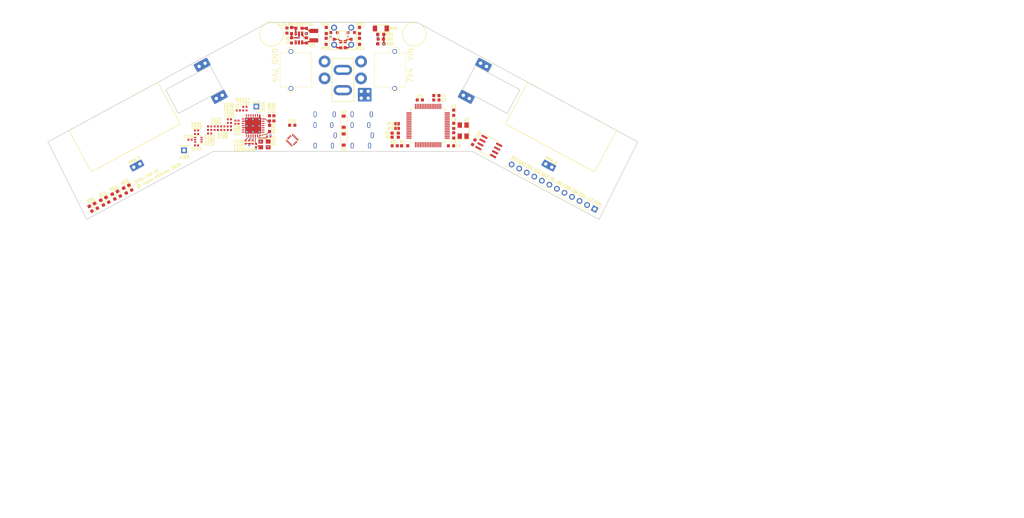
<source format=kicad_pcb>
(kicad_pcb (version 20211014) (generator pcbnew)
  (layers (0 "F.Cu" signal) (1 "In1.Cu" signal) (2 "In2.Cu" signal) (31 "B.Cu" signal) (35 "F.Paste" user) (36 "B.SilkS" user "B.Silkscreen") (37 "F.SilkS" user "F.Silkscreen") (38 "B.Mask" user) (39 "F.Mask" user) (44 "Edge.Cuts" user))
  (net 0 "")
  (net 1 "GND")
  (net 2 "+3V3")
  (net 3 "Net-(C4-Pad2)")
  (net 4 "Net-(C5-Pad2)")
  (net 5 "Net-(C6-Pad2)")
  (net 6 "VDD")
  (net 7 "Net-(C21-Pad2)")
  (net 8 "Net-(C21-Pad1)")
  (net 9 "Net-(C22-Pad2)")
  (net 10 "Net-(C101-Pad2)")
  (net 11 "Net-(C102-Pad2)")
  (net 12 "Net-(C103-Pad1)")
  (net 13 "Net-(C105-Pad1)")
  (net 14 "Net-(C109-Pad2)")
  (net 15 "/sx1276/Antenna")
  (net 16 "Net-(C7-Pad1)")
  (net 17 "Net-(Q11-Pad3)")
  (net 18 "Net-(Q11-Pad1)")
  (net 19 "Net-(Q12-Pad3)")
  (net 20 "Net-(Q12-Pad1)")
  (net 21 "Net-(R1-Pad2)")
  (net 22 "P_MISO")
  (net 23 "P_MOSI")
  (net 24 "/sx1276/RST")
  (net 25 "P_SCK")
  (net 26 "Net-(C8-Pad1)")
  (net 27 "RFO_HF")
  (net 28 "Net-(C111-Pad1)")
  (net 29 "RF1")
  (net 30 "RF2")
  (net 31 "Net-(C120-Pad1)")
  (net 32 "/sx1276/DIO5")
  (net 33 "/sx1276/DIO4")
  (net 34 "/sx1276/DIO3")
  (net 35 "/sx1276/DIO2")
  (net 36 "/sx1276/DIO1")
  (net 37 "VR_PA")
  (net 38 "SWD_DIO")
  (net 39 "SWD_CLK")
  (net 40 "SNS_VIN")
  (net 41 "Net-(C122-Pad2)")
  (net 42 "Net-(D1-Pad2)")
  (net 43 "Net-(D2-Pad2)")
  (net 44 "Net-(J20-Pad1)")
  (net 45 "Net-(D10-Pad3)")
  (net 46 "Net-(D10-Pad4)")
  (net 47 "Net-(D12-Pad2)")
  (net 48 "Net-(D13-Pad2)")
  (net 49 "Net-(D14-Pad2)")
  (net 53 "Net-(J2-Pad2)")
  (net 54 "Net-(J2-Pad3)")
  (net 58 "PPM_F")
  (net 59 "PPM_B")
  (net 60 "INT_L")
  (net 61 "CS_M")
  (net 62 "CS_A")
  (net 63 "CS_L")
  (net 64 "Net-(J22-Pad1)")
  (net 65 "USB_RX")
  (net 66 "USB_TX")
  (net 67 "PA_BOOST")
  (net 68 "RFI_HF")
  (net 69 "USB_DP")
  (net 70 "USB_DM")
  (net 71 "LED_BLUE")
  (net 72 "LED_RED")
  (net 73 "LED_MISC1")
  (net 74 "LED_MISC2")
  (net 75 "RF_MOD")
  (net 94 "GPIO_MISC1")
  (net 97 "GPIO_MISC2")
  (net 111 "Net-(C117-Pad1)")
  (net 112 "Net-(D11-Pad2)")
  (net 113 "/PGND")
  (footprint "Capacitor_SMD:C_0603_1608Metric" (layer "F.Cu") (at 11.2625 5 180)
    (fp_text reference "C50")
    (fp_text value "100nF" hide)
  )
  (footprint "Capacitor_SMD:C_0603_1608Metric" (layer "F.Cu") (at -15.2125 5.375 90)
    (fp_text reference "C20")
    (fp_text value "2.2uF" hide)
  )
  (footprint "Capacitor_SMD:C_0603_1608Metric" (layer "F.Cu") (at -10.8125 5.375 -90)
    (fp_text reference "C21")
    (fp_text value "100nF" hide)
  )
  (footprint "Capacitor_SMD:C_0603_1608Metric" (layer "F.Cu") (at -16.575 2.4625 90)
    (fp_text reference "C22")
    (fp_text value "22pF" hide)
  )
  (footprint "Capacitor_SMD:C_0603_1608Metric" (layer "F.Cu") (at -10.8125 2.575 -90)
    (fp_text reference "C23")
    (fp_text value "22uF" hide)
  )
  (footprint "Capacitor_SMD:C_0402_1005Metric" (layer "F.Cu") (at -21.944 33.908 180)
    (fp_text reference "C101")
    (fp_text value "15pF" hide)
  )
  (footprint "Capacitor_SMD:C_0402_1005Metric" (layer "F.Cu") (at -25.744 36.552 90)
    (fp_text reference "C102")
    (fp_text value "15pF" hide)
  )
  (footprint "Capacitor_SMD:C_0402_1005Metric" (layer "F.Cu") (at -26.7395 35.559 -90)
    (fp_text reference "C103")
    (fp_text value "100nF" hide)
  )
  (footprint "Capacitor_SMD:C_0402_1005Metric" (layer "F.Cu") (at -27.7555 35.559 -90)
    (fp_text reference "C104")
    (fp_text value "100nF" hide)
  )
  (footprint "Capacitor_SMD:C_0402_1005Metric" (layer "F.Cu") (at -28.835 35.559 -90)
    (fp_text reference "C105")
    (fp_text value "100nF" hide)
  )
  (footprint "Capacitor_SMD:C_0402_1005Metric" (layer "F.Cu") (at -30.95 29.65 90)
    (fp_text reference "C106")
    (fp_text value "47pF" hide)
  )
  (footprint "Capacitor_SMD:C_0402_1005Metric" (layer "F.Cu") (at -31.85 29.65 90)
    (fp_text reference "C107")
    (fp_text value "100nF" hide)
  )
  (footprint "Inductor_SMD:L_1210_3225Metric" (layer "F.Cu") (at -8.606 3.971 90)
    (fp_text reference "L20" hide)
    (fp_text value "4.7uH" hide)
  )
  (footprint "Package_TO_SOT_SMD:SOT-23" (layer "F.Cu") (at -2.6 4.05 -90)
    (fp_text reference "Q11" hide)
    (fp_text value "AO3401A" hide)
  )
  (footprint "Package_TO_SOT_SMD:SOT-23" (layer "F.Cu") (at 2.5 4.05 -90)
    (fp_text reference "Q12" hide)
    (fp_text value "AO3401A" hide)
  )
  (footprint "Resistor_SMD:R_0603_1608Metric_Pad0.98x0.95mm_HandSolder" (layer "F.Cu") (at 11.2625 6.4)
    (fp_text reference "R50")
    (fp_text value "15K" hide)
  )
  (footprint "Resistor_SMD:R_0603_1608Metric_Pad0.98x0.95mm_HandSolder" (layer "F.Cu") (at 11.2625 3.6 180)
    (fp_text reference "R51")
    (fp_text value "2K2" hide)
  )
  (footprint "Resistor_SMD:R_0603_1608Metric_Pad0.98x0.95mm_HandSolder" (layer "F.Cu") (at -4.95 5.65 90)
    (fp_text reference "R10")
    (fp_text value "1K" hide)
  )
  (footprint "Resistor_SMD:R_0603_1608Metric_Pad0.98x0.95mm_HandSolder" (layer "F.Cu") (at 4.95 5.65 90)
    (fp_text reference "R11")
    (fp_text value "1K" hide)
  )
  (footprint "Resistor_SMD:R_0603_1608Metric_Pad0.98x0.95mm_HandSolder" (layer "F.Cu") (at -0.6 6.7 -90)
    (fp_text reference "R12" hide)
    (fp_text value "10R" hide)
  )
  (footprint "Resistor_SMD:R_0603_1608Metric_Pad0.98x0.95mm_HandSolder" (layer "F.Cu") (at 0.7 6.65 -90)
    (fp_text reference "R13" hide)
    (fp_text value "22R" hide)
  )
  (footprint "Resistor_SMD:R_0603_1608Metric_Pad0.98x0.95mm_HandSolder" (layer "F.Cu") (at -13.0125 1.775 180)
    (fp_text reference "R20")
    (fp_text value "10K" hide)
  )
  (footprint "Resistor_SMD:R_0603_1608Metric_Pad0.98x0.95mm_HandSolder" (layer "F.Cu") (at -15.2125 2.475 -90)
    (fp_text reference "R21")
    (fp_text value "2K2" hide)
  )
  (footprint "Resistor_SMD:R_0603_1608Metric_Pad0.98x0.95mm_HandSolder" (layer "F.Cu") (at -21.723 31.495 -90)
    (fp_text reference "R100")
    (fp_text value "10K" hide)
  )
  (footprint "Package_TO_SOT_SMD:TSOT-23-6" (layer "F.Cu") (at -13.0125 4.675 -90)
    (fp_text reference "U20" hide)
    (fp_text value "SY8253ADC" hide)
  )
  (footprint "lib_fp:TFLGA-16_3x3mm" (layer "F.Cu") (at -15 35 45)
    (fp_text reference "U30" hide)
    (fp_text value "H3LIS331DL" hide)
  )
  (footprint "Package_DFN_QFN:QFN-28-1EP_6x6mm_P0.65mm_EP4.8x4.8mm" (layer "F.Cu") (at -26.6 30.65 90)
    (fp_text reference "U100" hide)
    (fp_text value "SX1276" hide)
  )
  (footprint "Crystal:Crystal_SMD_3225-4Pin_3.2x2.5mm" (layer "F.Cu") (at -23.244 36.252 180)
    (fp_text reference "U101" hide)
    (fp_text value "Crystal_GND24" hide)
  )
  (footprint "lib_fp:FT_Switch_Vertical" (layer "F.Cu") (at 0 14.15 -90)
    (fp_text reference "J20" hide)
    (fp_text value "FT_switch" hide)
  )
  (footprint "lib_fp:TGD-AMASS_XT30PW-M" (layer "F.Cu") (at -5.4 14.15 90)
    (fp_text reference "J22" hide)
    (fp_text value "Battery Low" hide)
  )
  (footprint "lib_fp:R50RB2-F-0160" (layer "F.Cu") (at 2.5 1.6 -90)
    (fp_text reference "D10" hide)
    (fp_text value "R50RB2-F-0160" hide)
  )
  (footprint "lib_fp:TGD-AMASS_XT30PW-M" (layer "F.Cu") (at 5.4 14.15 -90)
    (fp_text reference "J21" hide)
    (fp_text value "Battery High" hide)
  )
  (footprint "lib_fp:TGD_MountingHole" (layer "F.Cu") (at 21.2 3.6)
    (fp_text reference "H1" hide)
    (fp_text value "MountingHole" hide)
  )
  (footprint "lib_fp:TGD_MountingHole" (layer "F.Cu") (at -21.2 3.6)
    (fp_text reference "H2" hide)
    (fp_text value "MountingHole" hide)
  )
  (footprint "LED_SMD:LED_0603_1608Metric_Pad1.05x0.95mm_HandSolder" (layer "F.Cu") (at -64.229221 48.785845 -151.75)
    (fp_text reference "D14" hide)
    (fp_text value "MISC2_LED" hide)
  )
  (footprint "Resistor_SMD:R_0603_1608Metric_Pad0.98x0.95mm_HandSolder" (layer "F.Cu") (at 18.35 36.65)
    (fp_text reference "R1")
    (fp_text value "10K" hide)
  )
  (footprint "Capacitor_SMD:C_0603_1608Metric" (layer "F.Cu") (at -21.75 28.5 90)
    (fp_text reference "C108")
    (fp_text value "100nF" hide)
  )
  (footprint "Capacitor_SMD:C_0402_1005Metric" (layer "F.Cu") (at -37.55 30.9)
    (fp_text reference "C111")
    (fp_text value "8.2pF" hide)
  )
  (footprint "Crystal:Crystal_SMD_5032-4Pin_5.0x3.2mm" (layer "F.Cu") (at 35.7 32.15 90)
    (fp_text reference "U2")
    (fp_text value "Crystal_GND24" hide)
  )
  (footprint "LED_SMD:LED_0603_1608Metric_Pad1.05x0.95mm_HandSolder" (layer "F.Cu") (at -74.429221 54.185845 -151.75)
    (fp_text reference "D11" hide)
    (fp_text value "POWER_LED" hide)
  )
  (footprint "Capacitor_SMD:C_0402_1005Metric" (layer "F.Cu") (at -35.6 30.9 180)
    (fp_text reference "C110")
    (fp_text value "8.2pF" hide)
  )
  (footprint "lib_fp:TGD_ESC_SigPad" (layer "F.Cu") (at -62 43 118.25)
    (fp_text reference "J3" hide)
    (fp_text value "Conn_01x01" hide)
  )
  (footprint "Capacitor_SMD:C_0402_1005Metric" (layer "F.Cu") (at -43.4 33.15 180)
    (fp_text reference "C122")
    (fp_text value "1nF" hide)
  )
  (footprint "Capacitor_SMD:C_0603_1608Metric" (layer "F.Cu") (at 32.9 33.55 90)
    (fp_text reference "C5")
    (fp_text value "15pF" hide)
  )
  (footprint "Inductor_SMD:L_0402_1005Metric" (layer "F.Cu") (at -37.55 31.95 180)
    (fp_text reference "L104")
    (fp_text value "5.6nH" hide)
  )
  (footprint "Resistor_SMD:R_0603_1608Metric_Pad0.98x0.95mm_HandSolder" (layer "F.Cu") (at -70.229221 53.785845 -151.75)
    (fp_text reference "R17" hide)
    (fp_text value "1K" hide)
  )
  (footprint "Diode_SMD:D_SOD-123" (layer "F.Cu") (at 0.25 29.5 90)
    (fp_text reference "D2")
    (fp_text value "B5819W" hide)
  )
  (footprint "Capacitor_SMD:C_0603_1608Metric" (layer "F.Cu") (at 32.9 26.85 90)
    (fp_text reference "C3")
    (fp_text value "100nF" hide)
  )
  (footprint "Capacitor_SMD:C_0603_1608Metric" (layer "F.Cu") (at 32.9 30.75 -90)
    (fp_text reference "C6")
    (fp_text value "15pF" hide)
  )
  (footprint "Capacitor_SMD:C_0402_1005Metric" (layer "F.Cu") (at -43.4 36.55 180)
    (fp_text reference "C145")
    (fp_text value "1nF" hide)
  )
  (footprint "lib_fp:TGD-ESC-CYCLONE-35A" (layer "F.Cu") (at -85 42 28.25)
    (fp_text reference "U3" hide)
    (fp_text value "CYCLONE-35A" hide)
    (fp_rect (start 39 -4) (end 54 4) (layer "Edge.Cuts") (width 0.2) (fill none))
  )
  (footprint "Inductor_SMD:L_0402_1005Metric" (layer "F.Cu") (at -29.05 26.15 180)
    (fp_text reference "L107")
    (fp_text value "10nH" hide)
  )
  (footprint "lib_fp:TGD_ESC_SigPad" (layer "F.Cu") (at 62 43 -118.25)
    (fp_text reference "J4" hide)
    (fp_text value "Conn_01x01" hide)
  )
  (footprint "Package_SO:SOIC-8_3.9x4.9mm_P1.27mm" (layer "F.Cu") (at 43.3 36.85 -28.25)
    (fp_text reference "U40" hide)
    (fp_text value "LE25U40CMD" hide)
  )
  (footprint "Capacitor_SMD:C_0402_1005Metric" (layer "F.Cu") (at -35.6 31.95 180)
    (fp_text reference "C109")
    (fp_text value "22pF" hide)
  )
  (footprint "Package_TO_SOT_SMD:SOT-363_SC-70-6" (layer "F.Cu") (at -42.85 34.85 180)
    (fp_text reference "U102" hide)
    (fp_text value "PE4259" hide)
  )
  (footprint "Capacitor_SMD:C_0603_1608Metric" (layer "F.Cu") (at 38.85 35.6 -118.25)
    (fp_text reference "C40")
    (fp_text value "100nF" hide)
  )
  (footprint "Resistor_SMD:R_0603_1608Metric_Pad0.98x0.95mm_HandSolder" (layer "F.Cu") (at -63.433034 50.217749 -151.75)
    (fp_text reference "R19" hide)
    (fp_text value "1K" hide)
  )
  (footprint "Diode_SMD:D_SOD-123" (layer "F.Cu") (at 0.25 34.8 -90)
    (fp_text reference "D1")
    (fp_text value "B5819W" hide)
  )
  (footprint "Capacitor_SMD:C_0603_1608Metric" (layer "F.Cu") (at 27.75 21.75)
    (fp_text reference "C1")
    (fp_text value "2.2uF" hide)
  )
  (footprint "Resistor_SMD:R_0603_1608Metric_Pad0.98x0.95mm_HandSolder" (layer "F.Cu") (at 4.95 2.45 -90)
    (fp_text reference "R15")
    (fp_text value "10K" hide)
  )
  (footprint "Connector_PinHeader_2.54mm:PinHeader_1x01_P2.54mm_Vertical" (layer "F.Cu") (at -47.1 38 180)
    (fp_text reference "J103")
    (fp_text value "Conn_01x01_Female" hide)
  )
  (footprint "Diode_SMD:D_MiniMELF" (layer "F.Cu") (at 11.275 1.85 180)
    (fp_text reference "D50")
    (fp_text value "ZMM3V3" hide)
  )
  (footprint "Inductor_SMD:L_0402_1005Metric" (layer "F.Cu") (at -33.67 30.9)
    (fp_text reference "L102")
    (fp_text value "33nH" hide)
  )
  (footprint "Resistor_SMD:R_0603_1608Metric_Pad0.98x0.95mm_HandSolder" (layer "F.Cu") (at 15.55 32.9)
    (fp_text reference "R3")
    (fp_text value "22R" hide)
  )
  (footprint "Connector_PinHeader_2.54mm:PinHeader_1x01_P2.54mm_Vertical" (layer "F.Cu") (at -25.65 25 180)
    (fp_text reference "J104")
    (fp_text value "Conn_01x01_Female" hide)
  )
  (footprint "lib_fp:TGD_ESC_PwrPad" (layer "F.Cu") (at 6.5 21.5)
    (fp_text reference "J6" hide)
    (fp_text value "Conn_01x01" hide)
  )
  (footprint "lib_fp:TGD_SolderJumper" (layer "F.Cu") (at 16.1 30.1)
    (fp_text reference "JP3")
    (fp_text value "SolderJumper_2_Open" hide)
  )
  (footprint "lib_fp:TGD-ESC-CYCLONE-35A" (layer "F.Cu") (at 85 42 151.75)
    (fp_text reference "U4" hide)
    (fp_text value "CYCLONE-35A" hide)
    (fp_rect (start 39 -4) (end 54 4) (layer "Edge.Cuts") (width 0.2) (fill none))
  )
  (footprint "Capacitor_SMD:C_0603_1608Metric" (layer "F.Cu") (at 32.1 36.65 180)
    (fp_text reference "C4")
    (fp_text value "100nF" hide)
  )
  (footprint "Resistor_SMD:R_0603_1608Metric_Pad0.98x0.95mm_HandSolder" (layer "F.Cu") (at 15.55 34.1 180)
    (fp_text reference "R2")
    (fp_text value "22R" hide)
  )
  (footprint "Connector_PinHeader_2.54mm:PinHeader_1x12_P2.54mm_Vertical" (layer "F.Cu") (at 74.710448 55.414642 -118.25)
    (fp_text reference "J5" hide)
    (fp_text value "Conn_01x12" hide)
  )
  (footprint "Capacitor_SMD:C_0402_1005Metric" (layer "F.Cu") (at -39.5 33 180)
    (fp_text reference "C112")
    (fp_text value "1.5pF" hide)
  )
  (footprint "LED_SMD:LED_0603_1608Metric_Pad1.05x0.95mm_HandSolder" (layer "F.Cu") (at -71.029221 52.385845 -151.75)
    (fp_text reference "D12" hide)
    (fp_text value "3V3_LED" hide)
  )
  (footprint "lib_fp:TGD_SolderJumper" (layer "F.Cu") (at 16.1 31.5)
    (fp_text reference "JP2")
    (fp_text value "SolderJumper_2_Open" hide)
  )
  (footprint "Capacitor_SMD:C_0402_1005Metric" (layer "F.Cu") (at -39.5 30.9)
    (fp_text reference "C113")
    (fp_text value "3.3pF" hide)
  )
  (footprint "Capacitor_SMD:C_0603_1608Metric" (layer "F.Cu") (at 15.4 36.65)
    (fp_text reference "C8")
    (fp_text value "2.2uF" hide)
  )
  (footprint "Resistor_SMD:R_0603_1608Metric_Pad0.98x0.95mm_HandSolder" (layer "F.Cu") (at -4.9 2.45 -90)
    (fp_text reference "R14")
    (fp_text value "10K" hide)
  )
  (footprint "Resistor_SMD:R_0603_1608Metric_Pad0.98x0.95mm_HandSolder" (layer "F.Cu") (at -66.829221 51.985845 -151.75)
    (fp_text reference "R18" hide)
    (fp_text value "1K" hide)
  )
  (footprint "Resistor_SMD:R_0402_1005Metric" (layer "F.Cu") (at -43.4 32.1)
    (fp_text reference "R101")
    (fp_text value "1K" hide)
  )
  (footprint "Capacitor_SMD:C_0402_1005Metric" (layer "F.Cu") (at -29.05 25.1)
    (fp_text reference "C117")
    (fp_text value "3.3pF" hide)
  )
  (footprint "Inductor_SMD:L_0402_1005Metric" (layer "F.Cu") (at -33.65 31.95 180)
    (fp_text reference "L103")
    (fp_text value "2.2nH" hide)
  )
  (footprint "Capacitor_SMD:C_0402_1005Metric" (layer "F.Cu") (at -33.65 29.85 180)
    (fp_text reference "C121")
    (fp_text value "47pF" hide)
  )
  (footprint "Capacitor_SMD:C_0603_1608Metric" (layer "F.Cu") (at 27.75 23.05)
    (fp_text reference "C2")
    (fp_text value "100nF" hide)
  )
  (footprint "Capacitor_SMD:C_0402_1005Metric" (layer "F.Cu") (at -33.65 28.8 180)
    (fp_text reference "C135")
    (fp_text value "100nF" hide)
  )
  (footprint "Package_QFP:LQFP-64_10x10mm_P0.5mm" (layer "F.Cu") (at 25.3 30.65 180)
    (fp_text reference "U1" hide)
    (fp_text value "STM32F405RGTx" hide)
  )
  (footprint "Capacitor_SMD:C_0603_1608Metric" (layer "F.Cu") (at 22.85 23.05)
    (fp_text reference "C7")
    (fp_text value "2.2uF" hide)
  )
  (footprint "LED_SMD:LED_0603_1608Metric_Pad1.05x0.95mm_HandSolder" (layer "F.Cu") (at -67.629221 50.585845 -151.75)
    (fp_text reference "D13" hide)
    (fp_text value "MISC1_LED" hide)
  )
  (footprint "Capacitor_SMD:C_0603_1608Metric" (layer "F.Cu") (at -15 30.55)
    (fp_text reference "C31")
    (fp_text value "100nF" hide)
  )
  (footprint "Inductor_SMD:L_0402_1005Metric" (layer "F.Cu") (at -39.505 31.95 180)
    (fp_text reference "L105")
    (fp_text value "4.7nH" hide)
  )
  (footprint "Capacitor_SMD:C_0402_1005Metric" (layer "F.Cu") (at -31 26.15)
    (fp_text reference "C118")
    (fp_text value "47pF" hide)
  )
  (footprint "Capacitor_SMD:C_0402_1005Metric" (layer "F.Cu") (at -45.3 34.85 180)
    (fp_text reference "C120")
    (fp_text value "47pF" hide)
  )
  (footprint "Capacitor_SMD:C_0603_1608Metric" (layer "F.Cu") (at -20.45 28.5 90)
    (fp_text reference "C100")
    (fp_text value "2.2uF" hide)
  )
  (footprint "Resistor_SMD:R_0603_1608Metric_Pad0.98x0.95mm_HandSolder" (layer "F.Cu") (at -73.629221 55.585845 -151.75)
    (fp_text reference "R16" hide)
    (fp_text value "1K" hide)
  )
  (footprint "lib_fp:G-Switch-ST-TRRS" (layer "B.Cu") (at 5.5 38.3 90)
    (fp_text reference "J2" hide)
    (fp_text value "G-Switch-ST-0322" hide)
  )
  (footprint "lib_fp:G-Switch-ST-TRRS" (layer "B.Cu") (at -5.5 38.3 90)
    (fp_text reference "J1" hide)
    (fp_text value "G-Switch-ST-0322" hide)
  )
  (gr_circle (center 21.2 3.6) (end 24.7 3.6) (layer "F.SilkS") (width 0.2) (fill none))
  (gr_circle (center -21.2 3.6) (end -17.7 3.6) (layer "F.SilkS") (width 0.2) (fill none))
  (gr_line (start 0 0) (end -22 0) (layer "Edge.Cuts") (width 0.2))
  (gr_line (start -38.4 38.3) (end 0 38.3) (layer "Edge.Cuts") (width 0.2))
  (gr_line (start -87.5 35.5) (end -76 58.5) (layer "Edge.Cuts") (width 0.2))
  (gr_line (start 87.5 35.5) (end 22 0) (layer "Edge.Cuts") (width 0.2))
  (gr_line (start -22 0) (end -87.5 35.5) (layer "Edge.Cuts") (width 0.2))
  (gr_line (start 22 0) (end 0 0) (layer "Edge.Cuts") (width 0.2))
  (gr_line (start 0 38.3) (end 38.4 38.3) (layer "Edge.Cuts") (width 0.2))
  (gr_line (start -76 58.5) (end -38.4 38.3) (layer "Edge.Cuts") (width 0.2))
  (gr_line (start 76 58.5) (end 87.5 35.5) (layer "Edge.Cuts") (width 0.2))
  (gr_line (start 38.4 38.3) (end 76 58.5) (layer "Edge.Cuts") (width 0.2))
  (gr_text "SVN" (at 75.6 53.7 331.75) (layer "F.SilkS") (effects (font (size 0.8 0.8) (thickness 0.2))))
  (gr_text "PPM_B" (at 61.8 41 331.75) (layer "F.SilkS") (effects (font (size 0.8 0.8) (thickness 0.2))))
  (gr_text "7V4" (at 20.0492 15.8246 90) (layer "F.SilkS") (effects (font (size 1.6 1.6) (thickness 0.2))))
  (gr_text "VIN" (at 20.1 9.5 90) (layer "F.SilkS") (effects (font (size 1.6 1.6) (thickness 0.2))))
  (gr_text "© Jacob Williams 2022" (at -54.65 45.5 28.25) (layer "F.SilkS") (effects (font (size 0.8 0.8) (thickness 0.2))))
  (gr_text "MI" (at 62.25 46.522725 331.75) (layer "F.SilkS") (effects (font (size 0.8 0.8) (thickness 0.2))))
  (gr_text "MO2" (at -64.629221 47.385845 28.25) (layer "F.SilkS") (effects (font (size 0.8 0.8) (thickness 0.2))))
  (gr_text "MO" (at 64.35 47.65 331.75) (layer "F.SilkS") (effects (font (size 0.8 0.8) (thickness 0.2))))
  (gr_text "IO1" (at 55.55 42.90909 331.75) (layer "F.SilkS") (effects (font (size 0.8 0.8) (thickness 0.2))))
  (gr_text "7V4" (at -20.1746 15.6118 -90) (layer "F.SilkS") (effects (font (size 1.6 1.6) (thickness 0.2))))
  (gr_text "GND" (at -20.2 10.1 270) (layer "F.SilkS") (effects (font (size 1.6 1.6) (thickness 0.2))))
  (gr_text "CSL" (at 71.25 51.340905 331.75) (layer "F.SilkS") (effects (font (size 0.8 0.8) (thickness 0.2))))
  (gr_text "PPM_F" (at -61.8 41 28.25) (layer "F.SilkS") (effects (font (size 0.8 0.8) (thickness 0.2))))
  (gr_text "IO2" (at 57.75 44.113635 331.75) (layer "F.SilkS") (effects (font (size 0.8 0.8) (thickness 0.2))))
  (gr_text "LIT" (at 73.5 52.54545 331.75) (layer "F.SilkS") (effects (font (size 0.8 0.8) (thickness 0.2))))
  (gr_text "3V3" (at -71.429221 50.985845 28.25) (layer "F.SilkS") (effects (font (size 0.8 0.8) (thickness 0.2))))
  (gr_text "3V3" (at 51.05 40.45 331.75) (layer "F.SilkS") (effects (font (size 0.8 0.8) (thickness 0.2))))
  (gr_text "CSM" (at 66.6 48.85 331.75) (layer "F.SilkS") (effects (font (size 0.8 0.8) (thickness 0.2))))
  (gr_text "SPIN-TGD V2" (at -58.2 45.75 28.25) (layer "F.SilkS") (effects (font (size 0.8 0.8) (thickness 0.2))))
  (gr_text "MO1" (at -68.029221 49.185845 28.25) (layer "F.SilkS") (effects (font (size 0.8 0.8) (thickness 0.2))))
  (gr_text "VDD" (at -74.829221 52.785845 28.25) (layer "F.SilkS") (effects (font (size 0.8 0.8) (thickness 0.2))))
  (gr_text "GND" (at 53.3 41.75 331.75) (layer "F.SilkS") (effects (font (size 0.8 0.8) (thickness 0.2))))
  (gr_text "SCK" (at 60.1 45.35 331.75) (layer "F.SilkS") (effects (font (size 0.8 0.8) (thickness 0.2))))
  (gr_text "CSA" (at 69 50.13636 331.75) (layer "F.SilkS") (effects (font (size 0.8 0.8) (thickness 0.2))))
  (segment (start -27.6705 35.982) (end -27.724 35.982) (width 0.2032) (layer "F.Cu") (net 1))
  (segment (start 10.35 4.3355) (end 10.35 4.8625) (width 0.2032) (layer "F.Cu") (net 1))
  (segment (start -28.724 35.962) (end -28.744 35.982) (width 0.2032) (layer "F.Cu") (net 1))
  (segment (start -13.0125 4.675) (end -13.0125 3.365) (width 0.4064) (layer "F.Cu") (net 1))
  (segment (start -21.469 33.903) (end -21.464 33.908) (width 0.2032) (layer "F.Cu") (net 1))
  (segment (start -24.65 28.7) (end -26.6 30.65) (width 0.4064) (layer "F.Cu") (net 1))
  (segment (start -15.2125 4.6) (end -15.2125 3.3875) (width 0.4064) (layer "F.Cu") (net 1))
  (segment (start -21.469 33.4635) (end -21.469 33.903) (width 0.2032) (layer "F.Cu") (net 1))
  (segment (start 10.35 3.6) (end 10.35 4.3355) (width 0.2032) (layer "F.Cu") (net 1))
  (segment (start -26.744 35.982) (end -27.6705 35.982) (width 0.2032) (layer "F.Cu") (net 1))
  (segment (start -15.2125 4.6) (end -13.0875 4.6) (width 0.4064) (layer "F.Cu") (net 1))
  (segment (start -25.744 37.494) (end -25.744 37.032) (width 0.2032) (layer "F.Cu") (net 1))
  (segment (start -13.0875 4.6) (end -13.0125 4.675) (width 0.4064) (layer "F.Cu") (net 1))
  (segment (start -27.7555 35.9735) (end -27.744 35.962) (width 0.2032) (layer "F.Cu") (net 1))
  (segment (start -24.65 27.6625) (end -24.65 28.7) (width 0.4064) (layer "F.Cu") (net 1))
  (segment (start -27.9 29.35) (end -26.6 30.65) (width 0.2032) (layer "F.Cu") (net 1))
  (segment (start 10.35 4.8625) (end 10.4875 5) (width 0.2032) (layer "F.Cu") (net 1))
  (segment (start -29.5875 29.35) (end -27.9 29.35) (width 0.2032) (layer "F.Cu") (net 1))
  (segment (start -27.744 35.962) (end -28.724 35.962) (width 0.2032) (layer "F.Cu") (net 1))
  (segment (start -27.7555 36.3845) (end -27.7555 35.9735) (width 0.2032) (layer "F.Cu") (net 1))
  (segment (start -13.0125 3.365) (end -13.0125 3.389722) (width 0.4064) (layer "F.Cu") (net 1))
  (segment (start -27.724 35.982) (end -27.744 35.962) (width 0.2032) (layer "F.Cu") (net 1))
  (segment (start -28.45675 31.3) (end -29.64325 31.3) (width 0.2032) (layer "F.Cu") (net 1))
  (segment (start -25.75 37.5) (end -25.744 37.494) (width 0.2032) (layer "F.Cu") (net 1))
  (via (at -26.676 28.828) (size 0.6096) (drill 0.3048) (layers "F.Cu" "B.Cu") (net 1))
  (via (at -27.75 36.5) (size 0.6096) (drill 0.3048) (layers "F.Cu" "B.Cu") (net 1))
  (via (at -21.469 33.4635) (size 0.6096) (drill 0.3048) (layers "F.Cu" "B.Cu") (net 1))
  (via (at 10.35 4.3355) (size 0.6096) (drill 0.3048) (layers "F.Cu" "B.Cu") (net 1))
  (via (at -24.771 32.511) (size 0.6096) (drill 0.3048) (layers "F.Cu" "B.Cu") (net 1))
  (via (at -24.39 35.3685) (size 0.6096) (drill 0.3048) (layers "F.Cu" "B.Cu") (net 1))
  (via (at -26.676 30.733) (size 0.6096) (drill 0.3048) (layers "F.Cu" "B.Cu") (net 1))
  (via (at -26.676 32.511) (size 0.6096) (drill 0.3048) (layers "F.Cu" "B.Cu") (net 1))
  (via (at -28.454 32.511) (size 0.6096) (drill 0.3048) (layers "F.Cu" "B.Cu") (net 1))
  (via (at -28.454 28.828) (size 0.6096) (drill 0.3048) (layers "F.Cu" "B.Cu") (net 1))
  (via (at -13.0125 4.675) (size 0.6096) (drill 0.3048) (layers "F.Cu" "B.Cu") (net 1))
  (via (at -25.75 37.5) (size 0.6096) (drill 0.3048) (layers "F.Cu" "B.Cu") (net 1))
  (via (at -28.454 30.733) (size 0.6096) (drill 0.3048) (layers "F.Cu" "B.Cu") (net 1))
  (via (at -22.1675 37.0195) (size 0.6096) (drill 0.3048) (layers "F.Cu" "B.Cu") (net 1))
  (via (at -10.892 3.336) (size 0.6096) (drill 0.3048) (layers "F.Cu" "B.Cu") (net 1))
  (via (at -24.771 28.828) (size 0.6096) (drill 0.3048) (layers "F.Cu" "B.Cu") (net 1))
  (via (at -24.771 30.733) (size 0.6096) (drill 0.3048) (layers "F.Cu" "B.Cu") (net 1))
  (segment (start -10.8125 1.8) (end -10.8125 1.8) (width 0.4064) (layer "F.Cu") (net 2))
  (segment (start -10.0415 2.571) (end -8.606 2.571) (width 0.4064) (layer "F.Cu") (net 2))
  (segment (start -23.6125 28.7) (end -22.95 28.7) (width 0.2032) (layer "F.Cu") (net 2))
  (segment (start -10.8125 1.8) (end -10.0415 2.571) (width 0.4064) (layer "F.Cu") (net 2))
  (segment (start -22.95 28.7) (end -21.744 29.906) (width 0.2032) (layer "F.Cu") (net 2))
  (segment (start 1.619 3.119) (end 1.55 3.05) (width 0.4064) (layer "F.Cu") (net 2))
  (segment (start -10.8375 1.775) (end -10.8125 1.8) (width 0.4064) (layer "F.Cu") (net 2))
  (segment (start -21.744 29.906) (end -21.744 30.7395) (width 0.2032) (layer "F.Cu") (net 2))
  (segment (start -3.588 3.088) (end -3.55 3.05) (width 0.4064) (layer "F.Cu") (net 2))
  (segment (start -12.2375 1.6375) (end -12.1 1.775) (width 0.4064) (layer "F.Cu") (net 2))
  (segment (start -27.25 33.6375) (end -27.25 34.508) (width 0.2032) (layer "F.Cu") (net 2))
  (segment (start -27.25 34.508) (end -27.744 35.002) (width 0.2032) (layer "F.Cu") (net 2))
  (segment (start -12.1 1.775) (end -10.8375 1.775) (width 0.4064) (layer "F.Cu") (net 2))
  (via (at -27.5015 34.543) (size 0.6096) (drill 0.3048) (layers "F.Cu" "B.Cu") (net 2))
  (via (at -3.588 4.284) (size 0.6096) (drill 0.3048) (layers "F.Cu" "B.Cu") (net 2))
  (via (at 1.5682 4.2332) (size 0.6096) (drill 0.3048) (layers "F.Cu" "B.Cu") (net 2))
  (segment (start 10.35 6.4) (end 10.3625 6.4125) (width 1) (layer "F.Cu") (net 6))
  (segment (start -10.1935 5.749) (end -8.984 5.749) (width 0.4064) (layer "F.Cu") (net 7))
  (segment (start -11.8975 6.15) (end -12.0625 5.985) (width 0.4064) (layer "F.Cu") (net 7))
  (segment (start -10.7375 6.075) (end -10.8125 6.15) (width 0.4064) (layer "F.Cu") (net 7))
  (segment (start -10.8125 6.15) (end -10.5945 6.15) (width 0.4064) (layer "F.Cu") (net 7))
  (segment (start -10.5945 6.15) (end -10.1935 5.749) (width 0.4064) (layer "F.Cu") (net 7))
  (segment (start -8.984 5.749) (end -8.606 5.371) (width 0.4064) (layer "F.Cu") (net 7))
  (segment (start -10.8125 6.15) (end -11.8975 6.15) (width 0.4064) (layer "F.Cu") (net 7))
  (segment (start -11.2875 4.6) (end -12.0625 3.825) (width 0.4064) (layer "F.Cu") (net 8))
  (segment (start -10.8125 4.6) (end -11.2875 4.6) (width 0.4064) (layer "F.Cu") (net 8))
  (segment (start -12.0625 3.825) (end -12.0625 3.365) (width 0.4064) (layer "F.Cu") (net 8))
  (segment (start -13.9625 3.365) (end -13.9625 1.8125) (width 0.4064) (layer "F.Cu") (net 9))
  (segment (start -15.2125 1.5625) (end -14.1375 1.5625) (width 0.4064) (layer "F.Cu") (net 9))
  (segment (start -13.9625 1.8125) (end -13.925 1.775) (width 0.4064) (layer "F.Cu") (net 9))
  (segment (start -14.1375 1.5625) (end -13.925 1.775) (width 0.4064) (layer "F.Cu") (net 9))
  (segment (start -22.144 35.402) (end -22.144 35.08122) (width 0.2032) (layer "F.Cu") (net 10))
  (segment (start -22.89861 34.32661) (end -24.881 34.32661) (width 0.2032) (layer "F.Cu") (net 10))
  (segment (start -24.881 34.32661) (end -25.3 33.90761) (width 0.2032) (layer "F.Cu") (net 10))
  (segment (start -22.424 33.852) (end -22.89861 34.32661) (width 0.2032) (layer "F.Cu") (net 10))
  (segment (start -22.144 35.08122) (end -22.89861 34.32661) (width 0.2032) (layer "F.Cu") (net 10))
  (segment (start -25.3 33.90761) (end -25.3 33.6375) (width 0.2032) (layer "F.Cu") (net 10))
  (segment (start -25.95 33.6375) (end -25.95 35.866) (width 0.2032) (layer "F.Cu") (net 11))
  (segment (start -24.714 37.102) (end -24.344 37.102) (width 0.2032) (layer "F.Cu") (net 11))
  (segment (start -25.95 35.866) (end -25.744 36.072) (width 0.2032) (layer "F.Cu") (net 11))
  (segment (start -25.744 36.072) (end -24.714 37.102) (width 0.2032) (layer "F.Cu") (net 11))
  (segment (start -26.6 34.878) (end -26.744 35.022) (width 0.2032) (layer "F.Cu") (net 12))
  (segment (start -26.6 33.6375) (end -26.6 34.878) (width 0.2032) (layer "F.Cu") (net 12))
  (segment (start -27.9 33.6375) (end -27.9 33.989) (width 0.2032) (layer "F.Cu") (net 13))
  (segment (start -28.744 34.833) (end -28.744 35.022) (width 0.2032) (layer "F.Cu") (net 13))
  (segment (start -27.9 33.989) (end -28.744 34.833) (width 0.2032) (layer "F.Cu") (net 13))
  (segment (start -1.3875 5.05) (end -0.7 5.7375) (width 0.4064) (layer "F.Cu") (net 17))
  (segment (start -2.6 5.05) (end -1.3875 5.05) (width 0.4064) (layer "F.Cu") (net 17))
  (segment (start -1.65 3.05) (end -1.4142 3.05) (width 0.2032) (layer "F.Cu") (net 18))
  (segment (start 0.7 5.7375) (end 1.3875 5.05) (width 0.4064) (layer "F.Cu") (net 19))
  (segment (start 1.3875 5.05) (end 2.5 5.05) (width 0.4064) (layer "F.Cu") (net 19))
  (segment (start 3.45 3.05) (end 3.6875 3.05) (width 0.2032) (layer "F.Cu") (net 20))
  (segment (start -23.599401 33.244401) (end -22.559901 33.244401) (width 0.2032) (layer "F.Cu") (net 24))
  (segment (start -23.9925 33.6375) (end -23.599401 33.244401) (width 0.2032) (layer "F.Cu") (net 24))
  (segment (start -24.65 33.6375) (end -23.9925 33.6375) (width 0.2032) (layer "F.Cu") (net 24))
  (segment (start -22.559901 33.244401) (end -21.723 32.4075) (width 0.2032) (layer "F.Cu") (net 24))
  (segment (start 12.175 6.4) (end 12.175 6.4) (width 0.2032) (layer "F.Cu") (net 40))
  (segment (start 12.0375 6.2625) (end 12.175 6.4) (width 0.2032) (layer "F.Cu") (net 40))
  (segment (start 12.175 6.4) (end 12.175 5.1375) (width 0.4064) (layer "F.Cu") (net 40))
  (segment (start 12.175 5.1375) (end 12.0375 5) (width 0.4064) (layer "F.Cu") (net 40))
  (segment (start 12.175 4.8625) (end 12.0375 5) (width 0.4064) (layer "F.Cu") (net 40))
  (segment (start 12.0375 3.7375) (end 12.175 3.6) (width 0.2032) (layer "F.Cu") (net 40))
  (segment (start 12.175 3.6) (end 12.175 4.8625) (width 0.4064) (layer "F.Cu") (net 40))
  (via (at 12.175 6.4) (size 0.6096) (drill 0.3048) (layers "F.Cu" "B.Cu") (net 40))
  (segment (start -0.7 7.5625) (end -1.6975 7.5625) (width 0.4064) (layer "F.Cu") (net 45))
  (segment (start -1.6975 7.5625) (end -2.58 6.68) (width 0.4064) (layer "F.Cu") (net 45))
  (segment (start 0.7 7.5625) (end 1.6175 7.5625) (width 0.4064) (layer "F.Cu") (net 46))
  (segment (start 1.6175 7.5625) (end 2.5 6.68) (width 0.4064) (layer "F.Cu") (net 46))
  (segment (start -23.5745 32.638) (end -23.6125 32.6) (width 0.2032) (layer "F.Cu") (net 60))
)
</source>
